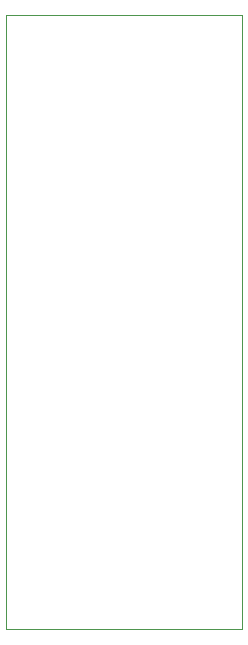
<source format=gbr>
G04 #@! TF.GenerationSoftware,KiCad,Pcbnew,(5.1.5)-3*
G04 #@! TF.CreationDate,2020-04-21T01:16:50+02:00*
G04 #@! TF.ProjectId,GND_PCB,474e445f-5043-4422-9e6b-696361645f70,rev?*
G04 #@! TF.SameCoordinates,Original*
G04 #@! TF.FileFunction,Profile,NP*
%FSLAX46Y46*%
G04 Gerber Fmt 4.6, Leading zero omitted, Abs format (unit mm)*
G04 Created by KiCad (PCBNEW (5.1.5)-3) date 2020-04-21 01:16:50*
%MOMM*%
%LPD*%
G04 APERTURE LIST*
%ADD10C,0.050000*%
G04 APERTURE END LIST*
D10*
X121323100Y-68732400D02*
X101351080Y-68723660D01*
X121335800Y-120726200D02*
X121323100Y-68732400D01*
X101356160Y-120716040D02*
X121335800Y-120726200D01*
X101356160Y-120716040D02*
X101351080Y-68723660D01*
M02*

</source>
